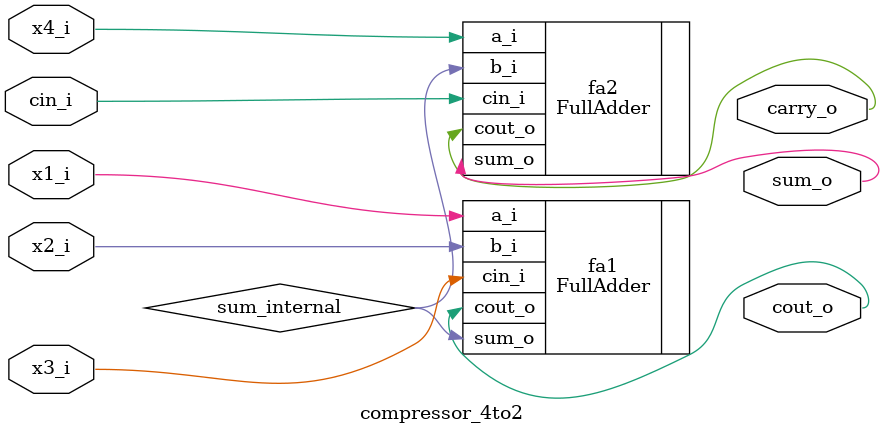
<source format=v>
`timescale 1ns / 1ps


module compressor_4to2(
input x1_i,
input x2_i,
input x3_i,
input x4_i,
input cin_i,
output cout_o,
output carry_o,
output sum_o);

wire sum_internal;

FullAdder fa1(.a_i(x1_i), .b_i(x2_i), .cin_i(x3_i), .sum_o(sum_internal), .cout_o(cout_o));
FullAdder fa2(.a_i(x4_i), .b_i(sum_internal), .cin_i(cin_i), .sum_o(sum_o), .cout_o(carry_o));

endmodule

</source>
